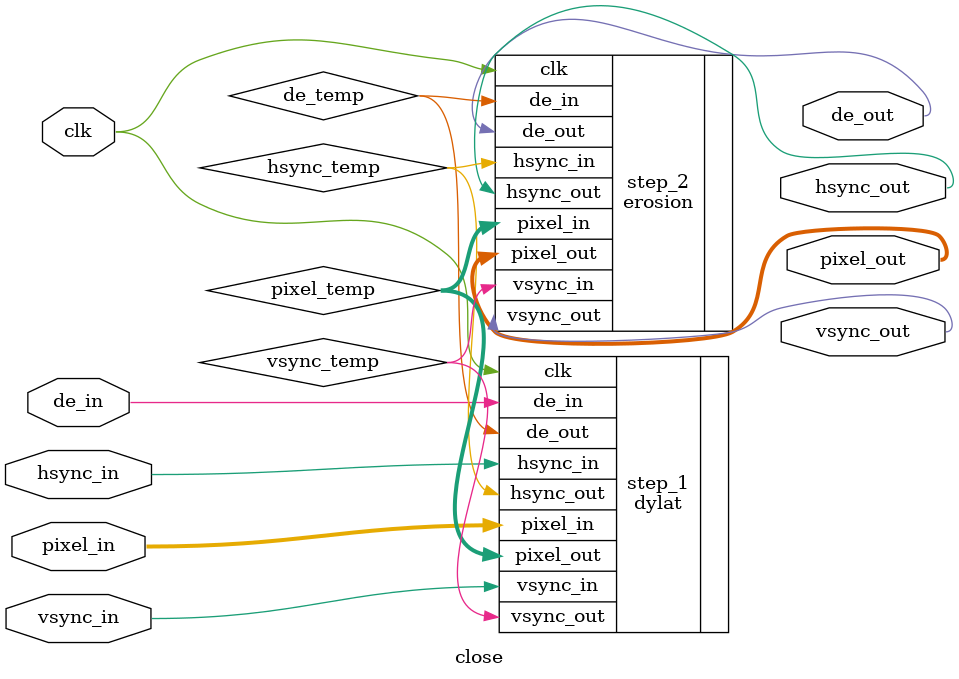
<source format=v>
`timescale 1ns / 1ps


module close
#(
    parameter H_SIZE = 83
)
(
    input clk,
    input hsync_in,
    input vsync_in,
    input de_in,
    input [23:0] pixel_in,
    
    output de_out,
    output hsync_out,
    output vsync_out,
    output [23:0] pixel_out
);

wire [23:0] pixel_temp;
wire de_temp;
wire hsync_temp;
wire vsync_temp;

dylat
#(
    .H_SIZE(H_SIZE)
) 
step_1
(
    .clk(clk),
    .de_in(de_in),
    .hsync_in(hsync_in),
    .vsync_in(vsync_in),
    .pixel_in(pixel_in),
    
    .de_out(de_temp),
    .hsync_out(hsync_temp),
    .vsync_out(vsync_temp),
    .pixel_out(pixel_temp)
);
    
erosion
#(
    .H_SIZE(H_SIZE)
) 
step_2
(
    .clk(clk),
    .de_in(de_temp),
    .hsync_in(hsync_temp),
    .vsync_in(vsync_temp),
    .pixel_in(pixel_temp),
    
    .de_out(de_out),
    .hsync_out(hsync_out),
    .vsync_out(vsync_out),
    .pixel_out(pixel_out)
);

endmodule

</source>
